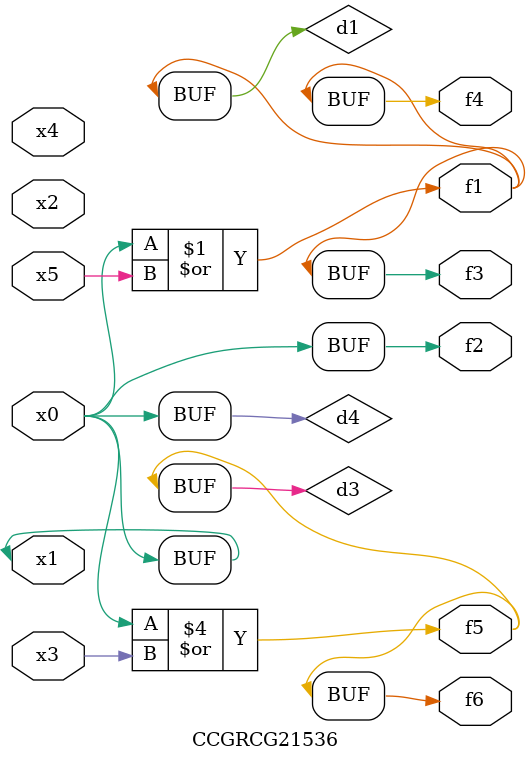
<source format=v>
module CCGRCG21536(
	input x0, x1, x2, x3, x4, x5,
	output f1, f2, f3, f4, f5, f6
);

	wire d1, d2, d3, d4;

	or (d1, x0, x5);
	xnor (d2, x1, x4);
	or (d3, x0, x3);
	buf (d4, x0, x1);
	assign f1 = d1;
	assign f2 = d4;
	assign f3 = d1;
	assign f4 = d1;
	assign f5 = d3;
	assign f6 = d3;
endmodule

</source>
